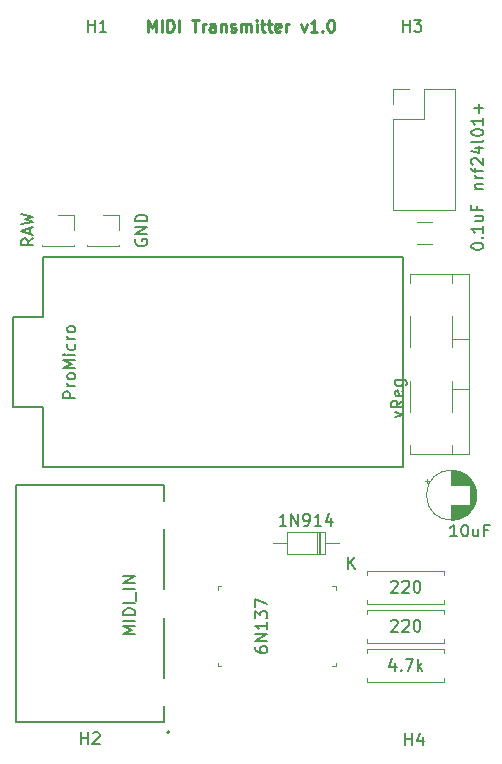
<source format=gbr>
G04 #@! TF.GenerationSoftware,KiCad,Pcbnew,(5.1.4-0-10_14)*
G04 #@! TF.CreationDate,2020-01-13T15:42:18-06:00*
G04 #@! TF.ProjectId,MIDI_TRANSMITTER,4d494449-5f54-4524-914e-534d49545445,rev?*
G04 #@! TF.SameCoordinates,Original*
G04 #@! TF.FileFunction,Legend,Top*
G04 #@! TF.FilePolarity,Positive*
%FSLAX46Y46*%
G04 Gerber Fmt 4.6, Leading zero omitted, Abs format (unit mm)*
G04 Created by KiCad (PCBNEW (5.1.4-0-10_14)) date 2020-01-13 15:42:18*
%MOMM*%
%LPD*%
G04 APERTURE LIST*
%ADD10C,0.250000*%
%ADD11C,0.100000*%
%ADD12C,0.120000*%
%ADD13C,0.127000*%
%ADD14C,0.200000*%
%ADD15C,0.150000*%
G04 APERTURE END LIST*
D10*
X123206857Y-51760380D02*
X123206857Y-50760380D01*
X123540190Y-51474666D01*
X123873523Y-50760380D01*
X123873523Y-51760380D01*
X124349714Y-51760380D02*
X124349714Y-50760380D01*
X124825904Y-51760380D02*
X124825904Y-50760380D01*
X125064000Y-50760380D01*
X125206857Y-50808000D01*
X125302095Y-50903238D01*
X125349714Y-50998476D01*
X125397333Y-51188952D01*
X125397333Y-51331809D01*
X125349714Y-51522285D01*
X125302095Y-51617523D01*
X125206857Y-51712761D01*
X125064000Y-51760380D01*
X124825904Y-51760380D01*
X125825904Y-51760380D02*
X125825904Y-50760380D01*
X126921142Y-50760380D02*
X127492571Y-50760380D01*
X127206857Y-51760380D02*
X127206857Y-50760380D01*
X127825904Y-51760380D02*
X127825904Y-51093714D01*
X127825904Y-51284190D02*
X127873523Y-51188952D01*
X127921142Y-51141333D01*
X128016380Y-51093714D01*
X128111619Y-51093714D01*
X128873523Y-51760380D02*
X128873523Y-51236571D01*
X128825904Y-51141333D01*
X128730666Y-51093714D01*
X128540190Y-51093714D01*
X128444952Y-51141333D01*
X128873523Y-51712761D02*
X128778285Y-51760380D01*
X128540190Y-51760380D01*
X128444952Y-51712761D01*
X128397333Y-51617523D01*
X128397333Y-51522285D01*
X128444952Y-51427047D01*
X128540190Y-51379428D01*
X128778285Y-51379428D01*
X128873523Y-51331809D01*
X129349714Y-51093714D02*
X129349714Y-51760380D01*
X129349714Y-51188952D02*
X129397333Y-51141333D01*
X129492571Y-51093714D01*
X129635428Y-51093714D01*
X129730666Y-51141333D01*
X129778285Y-51236571D01*
X129778285Y-51760380D01*
X130206857Y-51712761D02*
X130302095Y-51760380D01*
X130492571Y-51760380D01*
X130587809Y-51712761D01*
X130635428Y-51617523D01*
X130635428Y-51569904D01*
X130587809Y-51474666D01*
X130492571Y-51427047D01*
X130349714Y-51427047D01*
X130254476Y-51379428D01*
X130206857Y-51284190D01*
X130206857Y-51236571D01*
X130254476Y-51141333D01*
X130349714Y-51093714D01*
X130492571Y-51093714D01*
X130587809Y-51141333D01*
X131064000Y-51760380D02*
X131064000Y-51093714D01*
X131064000Y-51188952D02*
X131111619Y-51141333D01*
X131206857Y-51093714D01*
X131349714Y-51093714D01*
X131444952Y-51141333D01*
X131492571Y-51236571D01*
X131492571Y-51760380D01*
X131492571Y-51236571D02*
X131540190Y-51141333D01*
X131635428Y-51093714D01*
X131778285Y-51093714D01*
X131873523Y-51141333D01*
X131921142Y-51236571D01*
X131921142Y-51760380D01*
X132397333Y-51760380D02*
X132397333Y-51093714D01*
X132397333Y-50760380D02*
X132349714Y-50808000D01*
X132397333Y-50855619D01*
X132444952Y-50808000D01*
X132397333Y-50760380D01*
X132397333Y-50855619D01*
X132730666Y-51093714D02*
X133111619Y-51093714D01*
X132873523Y-50760380D02*
X132873523Y-51617523D01*
X132921142Y-51712761D01*
X133016380Y-51760380D01*
X133111619Y-51760380D01*
X133302095Y-51093714D02*
X133683047Y-51093714D01*
X133444952Y-50760380D02*
X133444952Y-51617523D01*
X133492571Y-51712761D01*
X133587809Y-51760380D01*
X133683047Y-51760380D01*
X134397333Y-51712761D02*
X134302095Y-51760380D01*
X134111619Y-51760380D01*
X134016380Y-51712761D01*
X133968761Y-51617523D01*
X133968761Y-51236571D01*
X134016380Y-51141333D01*
X134111619Y-51093714D01*
X134302095Y-51093714D01*
X134397333Y-51141333D01*
X134444952Y-51236571D01*
X134444952Y-51331809D01*
X133968761Y-51427047D01*
X134873523Y-51760380D02*
X134873523Y-51093714D01*
X134873523Y-51284190D02*
X134921142Y-51188952D01*
X134968761Y-51141333D01*
X135064000Y-51093714D01*
X135159238Y-51093714D01*
X136159238Y-51093714D02*
X136397333Y-51760380D01*
X136635428Y-51093714D01*
X137540190Y-51760380D02*
X136968761Y-51760380D01*
X137254476Y-51760380D02*
X137254476Y-50760380D01*
X137159238Y-50903238D01*
X137064000Y-50998476D01*
X136968761Y-51046095D01*
X137968761Y-51665142D02*
X138016380Y-51712761D01*
X137968761Y-51760380D01*
X137921142Y-51712761D01*
X137968761Y-51665142D01*
X137968761Y-51760380D01*
X138635428Y-50760380D02*
X138730666Y-50760380D01*
X138825904Y-50808000D01*
X138873523Y-50855619D01*
X138921142Y-50950857D01*
X138968761Y-51141333D01*
X138968761Y-51379428D01*
X138921142Y-51569904D01*
X138873523Y-51665142D01*
X138825904Y-51712761D01*
X138730666Y-51760380D01*
X138635428Y-51760380D01*
X138540190Y-51712761D01*
X138492571Y-51665142D01*
X138444952Y-51569904D01*
X138397333Y-51379428D01*
X138397333Y-51141333D01*
X138444952Y-50950857D01*
X138492571Y-50855619D01*
X138540190Y-50808000D01*
X138635428Y-50760380D01*
D11*
X129122000Y-98698000D02*
X129122000Y-98998000D01*
X129422000Y-98698000D02*
X129122000Y-98698000D01*
X129122000Y-105498000D02*
X129122000Y-105198000D01*
X129422000Y-105498000D02*
X129122000Y-105498000D01*
X139122000Y-105498000D02*
X139122000Y-105198000D01*
X138822000Y-105498000D02*
X139122000Y-105498000D01*
X139122000Y-98698000D02*
X139122000Y-98998000D01*
X138822000Y-98698000D02*
X139122000Y-98698000D01*
D12*
X137772500Y-95979500D02*
X137772500Y-94139500D01*
X137532500Y-95979500D02*
X137532500Y-94139500D01*
X137652500Y-95979500D02*
X137652500Y-94139500D01*
X133768500Y-95059500D02*
X134948500Y-95059500D01*
X139408500Y-95059500D02*
X138228500Y-95059500D01*
X134948500Y-95979500D02*
X138228500Y-95979500D01*
X134948500Y-94139500D02*
X134948500Y-95979500D01*
X138228500Y-94139500D02*
X134948500Y-94139500D01*
X138228500Y-95979500D02*
X138228500Y-94139500D01*
X141764000Y-97436000D02*
X141764000Y-97766000D01*
X148304000Y-97436000D02*
X141764000Y-97436000D01*
X148304000Y-97766000D02*
X148304000Y-97436000D01*
X141764000Y-100176000D02*
X141764000Y-99846000D01*
X148304000Y-100176000D02*
X141764000Y-100176000D01*
X148304000Y-99846000D02*
X148304000Y-100176000D01*
D13*
X124520000Y-101366000D02*
X124520000Y-106466000D01*
X112020000Y-90166000D02*
X112020000Y-110166000D01*
X112020000Y-110166000D02*
X124520000Y-110166000D01*
D14*
X125020000Y-111066000D02*
G75*
G03X125020000Y-111066000I-100000J0D01*
G01*
D13*
X124520000Y-90166000D02*
X112020000Y-90166000D01*
X124520000Y-93866000D02*
X124520000Y-98966000D01*
X124520000Y-90166000D02*
X124520000Y-91466000D01*
X124520000Y-110166000D02*
X124520000Y-108866000D01*
D12*
X150419500Y-82012000D02*
X148909500Y-82012000D01*
X150419500Y-77782000D02*
X148909500Y-77782000D01*
X148909500Y-86772000D02*
X148909500Y-87487000D01*
X148909500Y-81297000D02*
X148909500Y-83972000D01*
X148909500Y-75822000D02*
X148909500Y-78497000D01*
X148909500Y-72307000D02*
X148909500Y-73022000D01*
X150419500Y-87487000D02*
X145379500Y-87487000D01*
X150419500Y-72307000D02*
X145379500Y-72307000D01*
X145379500Y-86772000D02*
X145379500Y-87487000D01*
X145379500Y-81297000D02*
X145379500Y-83972000D01*
X145379500Y-75822000D02*
X145379500Y-78497000D01*
X145379500Y-72307000D02*
X145379500Y-73022000D01*
X150419500Y-72307000D02*
X150419500Y-87487000D01*
D15*
X144780000Y-70866000D02*
X144780000Y-88646000D01*
X114300000Y-70866000D02*
X144780000Y-70866000D01*
X114300000Y-75946000D02*
X114300000Y-70866000D01*
X111760000Y-75946000D02*
X114300000Y-75946000D01*
X111760000Y-83566000D02*
X111760000Y-75946000D01*
X114300000Y-83566000D02*
X111760000Y-83566000D01*
X114300000Y-88646000D02*
X114300000Y-83566000D01*
X114300000Y-88646000D02*
X144780000Y-88646000D01*
D12*
X148304000Y-103478000D02*
X148304000Y-103148000D01*
X141764000Y-103478000D02*
X148304000Y-103478000D01*
X141764000Y-103148000D02*
X141764000Y-103478000D01*
X148304000Y-100738000D02*
X148304000Y-101068000D01*
X141764000Y-100738000D02*
X148304000Y-100738000D01*
X141764000Y-101068000D02*
X141764000Y-100738000D01*
X148304000Y-106780000D02*
X148304000Y-106450000D01*
X141764000Y-106780000D02*
X148304000Y-106780000D01*
X141764000Y-106450000D02*
X141764000Y-106780000D01*
X148304000Y-104040000D02*
X148304000Y-104370000D01*
X141764000Y-104040000D02*
X148304000Y-104040000D01*
X141764000Y-104370000D02*
X141764000Y-104040000D01*
X143958000Y-56582000D02*
X145288000Y-56582000D01*
X143958000Y-57912000D02*
X143958000Y-56582000D01*
X146558000Y-56582000D02*
X149158000Y-56582000D01*
X146558000Y-59182000D02*
X146558000Y-56582000D01*
X143958000Y-59182000D02*
X146558000Y-59182000D01*
X149158000Y-56582000D02*
X149158000Y-66862000D01*
X143958000Y-59182000D02*
X143958000Y-66862000D01*
X143958000Y-66862000D02*
X149158000Y-66862000D01*
X119380000Y-67250000D02*
X120710000Y-67250000D01*
X120710000Y-67250000D02*
X120710000Y-68580000D01*
X120710000Y-69790000D02*
X120710000Y-69910000D01*
X118050000Y-69790000D02*
X118050000Y-69910000D01*
X118050000Y-69910000D02*
X120710000Y-69910000D01*
X115570000Y-67250000D02*
X116900000Y-67250000D01*
X116900000Y-67250000D02*
X116900000Y-68580000D01*
X116900000Y-69790000D02*
X116900000Y-69910000D01*
X114240000Y-69790000D02*
X114240000Y-69910000D01*
X114240000Y-69910000D02*
X116900000Y-69910000D01*
X146825699Y-89600500D02*
X146825699Y-90000500D01*
X146625699Y-89800500D02*
X147025699Y-89800500D01*
X150976500Y-90625500D02*
X150976500Y-91365500D01*
X150936500Y-90458500D02*
X150936500Y-91532500D01*
X150896500Y-90331500D02*
X150896500Y-91659500D01*
X150856500Y-90227500D02*
X150856500Y-91763500D01*
X150816500Y-90136500D02*
X150816500Y-91854500D01*
X150776500Y-90055500D02*
X150776500Y-91935500D01*
X150736500Y-89982500D02*
X150736500Y-92008500D01*
X150696500Y-89915500D02*
X150696500Y-92075500D01*
X150656500Y-89853500D02*
X150656500Y-92137500D01*
X150616500Y-89795500D02*
X150616500Y-92195500D01*
X150576500Y-89741500D02*
X150576500Y-92249500D01*
X150536500Y-89691500D02*
X150536500Y-92299500D01*
X150496500Y-89644500D02*
X150496500Y-92346500D01*
X150456500Y-91835500D02*
X150456500Y-92391500D01*
X150456500Y-89599500D02*
X150456500Y-90155500D01*
X150416500Y-91835500D02*
X150416500Y-92433500D01*
X150416500Y-89557500D02*
X150416500Y-90155500D01*
X150376500Y-91835500D02*
X150376500Y-92473500D01*
X150376500Y-89517500D02*
X150376500Y-90155500D01*
X150336500Y-91835500D02*
X150336500Y-92511500D01*
X150336500Y-89479500D02*
X150336500Y-90155500D01*
X150296500Y-91835500D02*
X150296500Y-92547500D01*
X150296500Y-89443500D02*
X150296500Y-90155500D01*
X150256500Y-91835500D02*
X150256500Y-92582500D01*
X150256500Y-89408500D02*
X150256500Y-90155500D01*
X150216500Y-91835500D02*
X150216500Y-92614500D01*
X150216500Y-89376500D02*
X150216500Y-90155500D01*
X150176500Y-91835500D02*
X150176500Y-92645500D01*
X150176500Y-89345500D02*
X150176500Y-90155500D01*
X150136500Y-91835500D02*
X150136500Y-92675500D01*
X150136500Y-89315500D02*
X150136500Y-90155500D01*
X150096500Y-91835500D02*
X150096500Y-92703500D01*
X150096500Y-89287500D02*
X150096500Y-90155500D01*
X150056500Y-91835500D02*
X150056500Y-92730500D01*
X150056500Y-89260500D02*
X150056500Y-90155500D01*
X150016500Y-91835500D02*
X150016500Y-92755500D01*
X150016500Y-89235500D02*
X150016500Y-90155500D01*
X149976500Y-91835500D02*
X149976500Y-92780500D01*
X149976500Y-89210500D02*
X149976500Y-90155500D01*
X149936500Y-91835500D02*
X149936500Y-92803500D01*
X149936500Y-89187500D02*
X149936500Y-90155500D01*
X149896500Y-91835500D02*
X149896500Y-92825500D01*
X149896500Y-89165500D02*
X149896500Y-90155500D01*
X149856500Y-91835500D02*
X149856500Y-92846500D01*
X149856500Y-89144500D02*
X149856500Y-90155500D01*
X149816500Y-91835500D02*
X149816500Y-92865500D01*
X149816500Y-89125500D02*
X149816500Y-90155500D01*
X149776500Y-91835500D02*
X149776500Y-92884500D01*
X149776500Y-89106500D02*
X149776500Y-90155500D01*
X149736500Y-91835500D02*
X149736500Y-92902500D01*
X149736500Y-89088500D02*
X149736500Y-90155500D01*
X149696500Y-91835500D02*
X149696500Y-92919500D01*
X149696500Y-89071500D02*
X149696500Y-90155500D01*
X149656500Y-91835500D02*
X149656500Y-92935500D01*
X149656500Y-89055500D02*
X149656500Y-90155500D01*
X149616500Y-91835500D02*
X149616500Y-92949500D01*
X149616500Y-89041500D02*
X149616500Y-90155500D01*
X149575500Y-91835500D02*
X149575500Y-92963500D01*
X149575500Y-89027500D02*
X149575500Y-90155500D01*
X149535500Y-91835500D02*
X149535500Y-92977500D01*
X149535500Y-89013500D02*
X149535500Y-90155500D01*
X149495500Y-91835500D02*
X149495500Y-92989500D01*
X149495500Y-89001500D02*
X149495500Y-90155500D01*
X149455500Y-91835500D02*
X149455500Y-93000500D01*
X149455500Y-88990500D02*
X149455500Y-90155500D01*
X149415500Y-91835500D02*
X149415500Y-93011500D01*
X149415500Y-88979500D02*
X149415500Y-90155500D01*
X149375500Y-91835500D02*
X149375500Y-93020500D01*
X149375500Y-88970500D02*
X149375500Y-90155500D01*
X149335500Y-91835500D02*
X149335500Y-93029500D01*
X149335500Y-88961500D02*
X149335500Y-90155500D01*
X149295500Y-91835500D02*
X149295500Y-93037500D01*
X149295500Y-88953500D02*
X149295500Y-90155500D01*
X149255500Y-91835500D02*
X149255500Y-93045500D01*
X149255500Y-88945500D02*
X149255500Y-90155500D01*
X149215500Y-91835500D02*
X149215500Y-93051500D01*
X149215500Y-88939500D02*
X149215500Y-90155500D01*
X149175500Y-91835500D02*
X149175500Y-93057500D01*
X149175500Y-88933500D02*
X149175500Y-90155500D01*
X149135500Y-91835500D02*
X149135500Y-93062500D01*
X149135500Y-88928500D02*
X149135500Y-90155500D01*
X149095500Y-91835500D02*
X149095500Y-93066500D01*
X149095500Y-88924500D02*
X149095500Y-90155500D01*
X149055500Y-91835500D02*
X149055500Y-93069500D01*
X149055500Y-88921500D02*
X149055500Y-90155500D01*
X149015500Y-91835500D02*
X149015500Y-93072500D01*
X149015500Y-88918500D02*
X149015500Y-90155500D01*
X148975500Y-88916500D02*
X148975500Y-90155500D01*
X148975500Y-91835500D02*
X148975500Y-93074500D01*
X148935500Y-88915500D02*
X148935500Y-90155500D01*
X148935500Y-91835500D02*
X148935500Y-93075500D01*
X148895500Y-88915500D02*
X148895500Y-90155500D01*
X148895500Y-91835500D02*
X148895500Y-93075500D01*
X151015500Y-90995500D02*
G75*
G03X151015500Y-90995500I-2120000J0D01*
G01*
X147207000Y-67914000D02*
X145949000Y-67914000D01*
X147207000Y-69754000D02*
X145949000Y-69754000D01*
D15*
X132294380Y-103869904D02*
X132294380Y-104060380D01*
X132342000Y-104155619D01*
X132389619Y-104203238D01*
X132532476Y-104298476D01*
X132722952Y-104346095D01*
X133103904Y-104346095D01*
X133199142Y-104298476D01*
X133246761Y-104250857D01*
X133294380Y-104155619D01*
X133294380Y-103965142D01*
X133246761Y-103869904D01*
X133199142Y-103822285D01*
X133103904Y-103774666D01*
X132865809Y-103774666D01*
X132770571Y-103822285D01*
X132722952Y-103869904D01*
X132675333Y-103965142D01*
X132675333Y-104155619D01*
X132722952Y-104250857D01*
X132770571Y-104298476D01*
X132865809Y-104346095D01*
X133294380Y-103346095D02*
X132294380Y-103346095D01*
X133294380Y-102774666D01*
X132294380Y-102774666D01*
X133294380Y-101774666D02*
X133294380Y-102346095D01*
X133294380Y-102060380D02*
X132294380Y-102060380D01*
X132437238Y-102155619D01*
X132532476Y-102250857D01*
X132580095Y-102346095D01*
X132294380Y-101441333D02*
X132294380Y-100822285D01*
X132675333Y-101155619D01*
X132675333Y-101012761D01*
X132722952Y-100917523D01*
X132770571Y-100869904D01*
X132865809Y-100822285D01*
X133103904Y-100822285D01*
X133199142Y-100869904D01*
X133246761Y-100917523D01*
X133294380Y-101012761D01*
X133294380Y-101298476D01*
X133246761Y-101393714D01*
X133199142Y-101441333D01*
X132294380Y-100488952D02*
X132294380Y-99822285D01*
X133294380Y-100250857D01*
X134921833Y-93591880D02*
X134350404Y-93591880D01*
X134636119Y-93591880D02*
X134636119Y-92591880D01*
X134540880Y-92734738D01*
X134445642Y-92829976D01*
X134350404Y-92877595D01*
X135350404Y-93591880D02*
X135350404Y-92591880D01*
X135921833Y-93591880D01*
X135921833Y-92591880D01*
X136445642Y-93591880D02*
X136636119Y-93591880D01*
X136731357Y-93544261D01*
X136778976Y-93496642D01*
X136874214Y-93353785D01*
X136921833Y-93163309D01*
X136921833Y-92782357D01*
X136874214Y-92687119D01*
X136826595Y-92639500D01*
X136731357Y-92591880D01*
X136540880Y-92591880D01*
X136445642Y-92639500D01*
X136398023Y-92687119D01*
X136350404Y-92782357D01*
X136350404Y-93020452D01*
X136398023Y-93115690D01*
X136445642Y-93163309D01*
X136540880Y-93210928D01*
X136731357Y-93210928D01*
X136826595Y-93163309D01*
X136874214Y-93115690D01*
X136921833Y-93020452D01*
X137874214Y-93591880D02*
X137302785Y-93591880D01*
X137588500Y-93591880D02*
X137588500Y-92591880D01*
X137493261Y-92734738D01*
X137398023Y-92829976D01*
X137302785Y-92877595D01*
X138731357Y-92925214D02*
X138731357Y-93591880D01*
X138493261Y-92544261D02*
X138255166Y-93258547D01*
X138874214Y-93258547D01*
X140136595Y-97261880D02*
X140136595Y-96261880D01*
X140708023Y-97261880D02*
X140279452Y-96690452D01*
X140708023Y-96261880D02*
X140136595Y-96833309D01*
X144970595Y-112148880D02*
X144970595Y-111148880D01*
X144970595Y-111625071D02*
X145542023Y-111625071D01*
X145542023Y-112148880D02*
X145542023Y-111148880D01*
X146446785Y-111482214D02*
X146446785Y-112148880D01*
X146208690Y-111101261D02*
X145970595Y-111815547D01*
X146589642Y-111815547D01*
X144780095Y-51760380D02*
X144780095Y-50760380D01*
X144780095Y-51236571D02*
X145351523Y-51236571D01*
X145351523Y-51760380D02*
X145351523Y-50760380D01*
X145732476Y-50760380D02*
X146351523Y-50760380D01*
X146018190Y-51141333D01*
X146161047Y-51141333D01*
X146256285Y-51188952D01*
X146303904Y-51236571D01*
X146351523Y-51331809D01*
X146351523Y-51569904D01*
X146303904Y-51665142D01*
X146256285Y-51712761D01*
X146161047Y-51760380D01*
X145875333Y-51760380D01*
X145780095Y-51712761D01*
X145732476Y-51665142D01*
X117538595Y-112085380D02*
X117538595Y-111085380D01*
X117538595Y-111561571D02*
X118110023Y-111561571D01*
X118110023Y-112085380D02*
X118110023Y-111085380D01*
X118538595Y-111180619D02*
X118586214Y-111133000D01*
X118681452Y-111085380D01*
X118919547Y-111085380D01*
X119014785Y-111133000D01*
X119062404Y-111180619D01*
X119110023Y-111275857D01*
X119110023Y-111371095D01*
X119062404Y-111513952D01*
X118490976Y-112085380D01*
X119110023Y-112085380D01*
X118110095Y-51760380D02*
X118110095Y-50760380D01*
X118110095Y-51236571D02*
X118681523Y-51236571D01*
X118681523Y-51760380D02*
X118681523Y-50760380D01*
X119681523Y-51760380D02*
X119110095Y-51760380D01*
X119395809Y-51760380D02*
X119395809Y-50760380D01*
X119300571Y-50903238D01*
X119205333Y-50998476D01*
X119110095Y-51046095D01*
X143795904Y-98353619D02*
X143843523Y-98306000D01*
X143938761Y-98258380D01*
X144176857Y-98258380D01*
X144272095Y-98306000D01*
X144319714Y-98353619D01*
X144367333Y-98448857D01*
X144367333Y-98544095D01*
X144319714Y-98686952D01*
X143748285Y-99258380D01*
X144367333Y-99258380D01*
X144748285Y-98353619D02*
X144795904Y-98306000D01*
X144891142Y-98258380D01*
X145129238Y-98258380D01*
X145224476Y-98306000D01*
X145272095Y-98353619D01*
X145319714Y-98448857D01*
X145319714Y-98544095D01*
X145272095Y-98686952D01*
X144700666Y-99258380D01*
X145319714Y-99258380D01*
X145938761Y-98258380D02*
X146034000Y-98258380D01*
X146129238Y-98306000D01*
X146176857Y-98353619D01*
X146224476Y-98448857D01*
X146272095Y-98639333D01*
X146272095Y-98877428D01*
X146224476Y-99067904D01*
X146176857Y-99163142D01*
X146129238Y-99210761D01*
X146034000Y-99258380D01*
X145938761Y-99258380D01*
X145843523Y-99210761D01*
X145795904Y-99163142D01*
X145748285Y-99067904D01*
X145700666Y-98877428D01*
X145700666Y-98639333D01*
X145748285Y-98448857D01*
X145795904Y-98353619D01*
X145843523Y-98306000D01*
X145938761Y-98258380D01*
X122118380Y-102782380D02*
X121118380Y-102782380D01*
X121832666Y-102449047D01*
X121118380Y-102115714D01*
X122118380Y-102115714D01*
X122118380Y-101639523D02*
X121118380Y-101639523D01*
X122118380Y-101163333D02*
X121118380Y-101163333D01*
X121118380Y-100925238D01*
X121166000Y-100782380D01*
X121261238Y-100687142D01*
X121356476Y-100639523D01*
X121546952Y-100591904D01*
X121689809Y-100591904D01*
X121880285Y-100639523D01*
X121975523Y-100687142D01*
X122070761Y-100782380D01*
X122118380Y-100925238D01*
X122118380Y-101163333D01*
X122118380Y-100163333D02*
X121118380Y-100163333D01*
X122213619Y-99925238D02*
X122213619Y-99163333D01*
X122118380Y-98925238D02*
X121118380Y-98925238D01*
X122118380Y-98449047D02*
X121118380Y-98449047D01*
X122118380Y-97877619D01*
X121118380Y-97877619D01*
X144121214Y-84423047D02*
X144787880Y-84184952D01*
X144121214Y-83946857D01*
X144787880Y-82994476D02*
X144311690Y-83327809D01*
X144787880Y-83565904D02*
X143787880Y-83565904D01*
X143787880Y-83184952D01*
X143835500Y-83089714D01*
X143883119Y-83042095D01*
X143978357Y-82994476D01*
X144121214Y-82994476D01*
X144216452Y-83042095D01*
X144264071Y-83089714D01*
X144311690Y-83184952D01*
X144311690Y-83565904D01*
X144740261Y-82184952D02*
X144787880Y-82280190D01*
X144787880Y-82470666D01*
X144740261Y-82565904D01*
X144645023Y-82613523D01*
X144264071Y-82613523D01*
X144168833Y-82565904D01*
X144121214Y-82470666D01*
X144121214Y-82280190D01*
X144168833Y-82184952D01*
X144264071Y-82137333D01*
X144359309Y-82137333D01*
X144454547Y-82613523D01*
X144121214Y-81280190D02*
X144930738Y-81280190D01*
X145025976Y-81327809D01*
X145073595Y-81375428D01*
X145121214Y-81470666D01*
X145121214Y-81613523D01*
X145073595Y-81708761D01*
X144740261Y-81280190D02*
X144787880Y-81375428D01*
X144787880Y-81565904D01*
X144740261Y-81661142D01*
X144692642Y-81708761D01*
X144597404Y-81756380D01*
X144311690Y-81756380D01*
X144216452Y-81708761D01*
X144168833Y-81661142D01*
X144121214Y-81565904D01*
X144121214Y-81375428D01*
X144168833Y-81280190D01*
X117038380Y-82779809D02*
X116038380Y-82779809D01*
X116038380Y-82398857D01*
X116086000Y-82303619D01*
X116133619Y-82256000D01*
X116228857Y-82208380D01*
X116371714Y-82208380D01*
X116466952Y-82256000D01*
X116514571Y-82303619D01*
X116562190Y-82398857D01*
X116562190Y-82779809D01*
X117038380Y-81779809D02*
X116371714Y-81779809D01*
X116562190Y-81779809D02*
X116466952Y-81732190D01*
X116419333Y-81684571D01*
X116371714Y-81589333D01*
X116371714Y-81494095D01*
X117038380Y-81017904D02*
X116990761Y-81113142D01*
X116943142Y-81160761D01*
X116847904Y-81208380D01*
X116562190Y-81208380D01*
X116466952Y-81160761D01*
X116419333Y-81113142D01*
X116371714Y-81017904D01*
X116371714Y-80875047D01*
X116419333Y-80779809D01*
X116466952Y-80732190D01*
X116562190Y-80684571D01*
X116847904Y-80684571D01*
X116943142Y-80732190D01*
X116990761Y-80779809D01*
X117038380Y-80875047D01*
X117038380Y-81017904D01*
X117038380Y-80256000D02*
X116038380Y-80256000D01*
X116752666Y-79922666D01*
X116038380Y-79589333D01*
X117038380Y-79589333D01*
X117038380Y-79113142D02*
X116371714Y-79113142D01*
X116038380Y-79113142D02*
X116086000Y-79160761D01*
X116133619Y-79113142D01*
X116086000Y-79065523D01*
X116038380Y-79113142D01*
X116133619Y-79113142D01*
X116990761Y-78208380D02*
X117038380Y-78303619D01*
X117038380Y-78494095D01*
X116990761Y-78589333D01*
X116943142Y-78636952D01*
X116847904Y-78684571D01*
X116562190Y-78684571D01*
X116466952Y-78636952D01*
X116419333Y-78589333D01*
X116371714Y-78494095D01*
X116371714Y-78303619D01*
X116419333Y-78208380D01*
X117038380Y-77779809D02*
X116371714Y-77779809D01*
X116562190Y-77779809D02*
X116466952Y-77732190D01*
X116419333Y-77684571D01*
X116371714Y-77589333D01*
X116371714Y-77494095D01*
X117038380Y-77017904D02*
X116990761Y-77113142D01*
X116943142Y-77160761D01*
X116847904Y-77208380D01*
X116562190Y-77208380D01*
X116466952Y-77160761D01*
X116419333Y-77113142D01*
X116371714Y-77017904D01*
X116371714Y-76875047D01*
X116419333Y-76779809D01*
X116466952Y-76732190D01*
X116562190Y-76684571D01*
X116847904Y-76684571D01*
X116943142Y-76732190D01*
X116990761Y-76779809D01*
X117038380Y-76875047D01*
X117038380Y-77017904D01*
X143795904Y-101655619D02*
X143843523Y-101608000D01*
X143938761Y-101560380D01*
X144176857Y-101560380D01*
X144272095Y-101608000D01*
X144319714Y-101655619D01*
X144367333Y-101750857D01*
X144367333Y-101846095D01*
X144319714Y-101988952D01*
X143748285Y-102560380D01*
X144367333Y-102560380D01*
X144748285Y-101655619D02*
X144795904Y-101608000D01*
X144891142Y-101560380D01*
X145129238Y-101560380D01*
X145224476Y-101608000D01*
X145272095Y-101655619D01*
X145319714Y-101750857D01*
X145319714Y-101846095D01*
X145272095Y-101988952D01*
X144700666Y-102560380D01*
X145319714Y-102560380D01*
X145938761Y-101560380D02*
X146034000Y-101560380D01*
X146129238Y-101608000D01*
X146176857Y-101655619D01*
X146224476Y-101750857D01*
X146272095Y-101941333D01*
X146272095Y-102179428D01*
X146224476Y-102369904D01*
X146176857Y-102465142D01*
X146129238Y-102512761D01*
X146034000Y-102560380D01*
X145938761Y-102560380D01*
X145843523Y-102512761D01*
X145795904Y-102465142D01*
X145748285Y-102369904D01*
X145700666Y-102179428D01*
X145700666Y-101941333D01*
X145748285Y-101750857D01*
X145795904Y-101655619D01*
X145843523Y-101608000D01*
X145938761Y-101560380D01*
X144105428Y-105195714D02*
X144105428Y-105862380D01*
X143867333Y-104814761D02*
X143629238Y-105529047D01*
X144248285Y-105529047D01*
X144629238Y-105767142D02*
X144676857Y-105814761D01*
X144629238Y-105862380D01*
X144581619Y-105814761D01*
X144629238Y-105767142D01*
X144629238Y-105862380D01*
X145010190Y-104862380D02*
X145676857Y-104862380D01*
X145248285Y-105862380D01*
X146057809Y-105862380D02*
X146057809Y-104862380D01*
X146153047Y-105481428D02*
X146438761Y-105862380D01*
X146438761Y-105195714D02*
X146057809Y-105576666D01*
X150915714Y-65063238D02*
X151582380Y-65063238D01*
X151010952Y-65063238D02*
X150963333Y-65015619D01*
X150915714Y-64920380D01*
X150915714Y-64777523D01*
X150963333Y-64682285D01*
X151058571Y-64634666D01*
X151582380Y-64634666D01*
X151582380Y-64158476D02*
X150915714Y-64158476D01*
X151106190Y-64158476D02*
X151010952Y-64110857D01*
X150963333Y-64063238D01*
X150915714Y-63968000D01*
X150915714Y-63872761D01*
X150915714Y-63682285D02*
X150915714Y-63301333D01*
X151582380Y-63539428D02*
X150725238Y-63539428D01*
X150630000Y-63491809D01*
X150582380Y-63396571D01*
X150582380Y-63301333D01*
X150677619Y-63015619D02*
X150630000Y-62968000D01*
X150582380Y-62872761D01*
X150582380Y-62634666D01*
X150630000Y-62539428D01*
X150677619Y-62491809D01*
X150772857Y-62444190D01*
X150868095Y-62444190D01*
X151010952Y-62491809D01*
X151582380Y-63063238D01*
X151582380Y-62444190D01*
X150915714Y-61587047D02*
X151582380Y-61587047D01*
X150534761Y-61825142D02*
X151249047Y-62063238D01*
X151249047Y-61444190D01*
X151582380Y-60920380D02*
X151534761Y-61015619D01*
X151439523Y-61063238D01*
X150582380Y-61063238D01*
X150582380Y-60348952D02*
X150582380Y-60253714D01*
X150630000Y-60158476D01*
X150677619Y-60110857D01*
X150772857Y-60063238D01*
X150963333Y-60015619D01*
X151201428Y-60015619D01*
X151391904Y-60063238D01*
X151487142Y-60110857D01*
X151534761Y-60158476D01*
X151582380Y-60253714D01*
X151582380Y-60348952D01*
X151534761Y-60444190D01*
X151487142Y-60491809D01*
X151391904Y-60539428D01*
X151201428Y-60587047D01*
X150963333Y-60587047D01*
X150772857Y-60539428D01*
X150677619Y-60491809D01*
X150630000Y-60444190D01*
X150582380Y-60348952D01*
X151582380Y-59063238D02*
X151582380Y-59634666D01*
X151582380Y-59348952D02*
X150582380Y-59348952D01*
X150725238Y-59444190D01*
X150820476Y-59539428D01*
X150868095Y-59634666D01*
X151201428Y-58634666D02*
X151201428Y-57872761D01*
X151582380Y-58253714D02*
X150820476Y-58253714D01*
X122182000Y-69341904D02*
X122134380Y-69437142D01*
X122134380Y-69580000D01*
X122182000Y-69722857D01*
X122277238Y-69818095D01*
X122372476Y-69865714D01*
X122562952Y-69913333D01*
X122705809Y-69913333D01*
X122896285Y-69865714D01*
X122991523Y-69818095D01*
X123086761Y-69722857D01*
X123134380Y-69580000D01*
X123134380Y-69484761D01*
X123086761Y-69341904D01*
X123039142Y-69294285D01*
X122705809Y-69294285D01*
X122705809Y-69484761D01*
X123134380Y-68865714D02*
X122134380Y-68865714D01*
X123134380Y-68294285D01*
X122134380Y-68294285D01*
X123134380Y-67818095D02*
X122134380Y-67818095D01*
X122134380Y-67580000D01*
X122182000Y-67437142D01*
X122277238Y-67341904D01*
X122372476Y-67294285D01*
X122562952Y-67246666D01*
X122705809Y-67246666D01*
X122896285Y-67294285D01*
X122991523Y-67341904D01*
X123086761Y-67437142D01*
X123134380Y-67580000D01*
X123134380Y-67818095D01*
X113482380Y-69270476D02*
X113006190Y-69603809D01*
X113482380Y-69841904D02*
X112482380Y-69841904D01*
X112482380Y-69460952D01*
X112530000Y-69365714D01*
X112577619Y-69318095D01*
X112672857Y-69270476D01*
X112815714Y-69270476D01*
X112910952Y-69318095D01*
X112958571Y-69365714D01*
X113006190Y-69460952D01*
X113006190Y-69841904D01*
X113196666Y-68889523D02*
X113196666Y-68413333D01*
X113482380Y-68984761D02*
X112482380Y-68651428D01*
X113482380Y-68318095D01*
X112482380Y-68080000D02*
X113482380Y-67841904D01*
X112768095Y-67651428D01*
X113482380Y-67460952D01*
X112482380Y-67222857D01*
X149360071Y-94495880D02*
X148788642Y-94495880D01*
X149074357Y-94495880D02*
X149074357Y-93495880D01*
X148979119Y-93638738D01*
X148883880Y-93733976D01*
X148788642Y-93781595D01*
X149979119Y-93495880D02*
X150074357Y-93495880D01*
X150169595Y-93543500D01*
X150217214Y-93591119D01*
X150264833Y-93686357D01*
X150312452Y-93876833D01*
X150312452Y-94114928D01*
X150264833Y-94305404D01*
X150217214Y-94400642D01*
X150169595Y-94448261D01*
X150074357Y-94495880D01*
X149979119Y-94495880D01*
X149883880Y-94448261D01*
X149836261Y-94400642D01*
X149788642Y-94305404D01*
X149741023Y-94114928D01*
X149741023Y-93876833D01*
X149788642Y-93686357D01*
X149836261Y-93591119D01*
X149883880Y-93543500D01*
X149979119Y-93495880D01*
X151169595Y-93829214D02*
X151169595Y-94495880D01*
X150741023Y-93829214D02*
X150741023Y-94353023D01*
X150788642Y-94448261D01*
X150883880Y-94495880D01*
X151026738Y-94495880D01*
X151121976Y-94448261D01*
X151169595Y-94400642D01*
X151979119Y-93972071D02*
X151645785Y-93972071D01*
X151645785Y-94495880D02*
X151645785Y-93495880D01*
X152121976Y-93495880D01*
X150582380Y-69968857D02*
X150582380Y-69873619D01*
X150630000Y-69778380D01*
X150677619Y-69730761D01*
X150772857Y-69683142D01*
X150963333Y-69635523D01*
X151201428Y-69635523D01*
X151391904Y-69683142D01*
X151487142Y-69730761D01*
X151534761Y-69778380D01*
X151582380Y-69873619D01*
X151582380Y-69968857D01*
X151534761Y-70064095D01*
X151487142Y-70111714D01*
X151391904Y-70159333D01*
X151201428Y-70206952D01*
X150963333Y-70206952D01*
X150772857Y-70159333D01*
X150677619Y-70111714D01*
X150630000Y-70064095D01*
X150582380Y-69968857D01*
X151487142Y-69206952D02*
X151534761Y-69159333D01*
X151582380Y-69206952D01*
X151534761Y-69254571D01*
X151487142Y-69206952D01*
X151582380Y-69206952D01*
X151582380Y-68206952D02*
X151582380Y-68778380D01*
X151582380Y-68492666D02*
X150582380Y-68492666D01*
X150725238Y-68587904D01*
X150820476Y-68683142D01*
X150868095Y-68778380D01*
X150915714Y-67349809D02*
X151582380Y-67349809D01*
X150915714Y-67778380D02*
X151439523Y-67778380D01*
X151534761Y-67730761D01*
X151582380Y-67635523D01*
X151582380Y-67492666D01*
X151534761Y-67397428D01*
X151487142Y-67349809D01*
X151058571Y-66540285D02*
X151058571Y-66873619D01*
X151582380Y-66873619D02*
X150582380Y-66873619D01*
X150582380Y-66397428D01*
M02*

</source>
